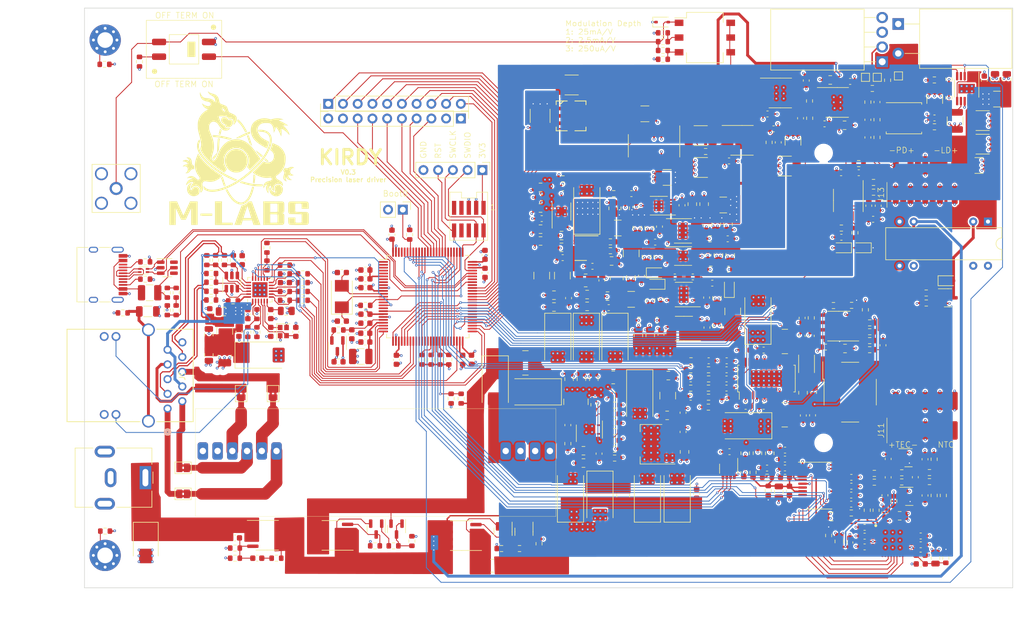
<source format=kicad_pcb>
(kicad_pcb (version 20221018) (generator pcbnew)

  (general
    (thickness 1.6)
  )

  (paper "A4")
  (layers
    (0 "F.Cu" jumper)
    (1 "In1.Cu" signal)
    (2 "In2.Cu" signal)
    (31 "B.Cu" signal)
    (32 "B.Adhes" user "B.Adhesive")
    (33 "F.Adhes" user "F.Adhesive")
    (34 "B.Paste" user)
    (35 "F.Paste" user)
    (36 "B.SilkS" user "B.Silkscreen")
    (37 "F.SilkS" user "F.Silkscreen")
    (38 "B.Mask" user)
    (39 "F.Mask" user)
    (40 "Dwgs.User" user "User.Drawings")
    (41 "Cmts.User" user "User.Comments")
    (42 "Eco1.User" user "User.Eco1")
    (43 "Eco2.User" user "User.Eco2")
    (44 "Edge.Cuts" user)
    (45 "Margin" user)
    (46 "B.CrtYd" user "B.Courtyard")
    (47 "F.CrtYd" user "F.Courtyard")
    (48 "B.Fab" user)
    (49 "F.Fab" user)
    (50 "User.1" user)
    (51 "User.2" user)
    (52 "User.3" user)
    (53 "User.4" user)
    (54 "User.5" user)
    (55 "User.6" user)
    (56 "User.7" user)
    (57 "User.8" user)
    (58 "User.9" user)
  )

  (setup
    (stackup
      (layer "F.SilkS" (type "Top Silk Screen"))
      (layer "F.Paste" (type "Top Solder Paste"))
      (layer "F.Mask" (type "Top Solder Mask") (thickness 0.01))
      (layer "F.Cu" (type "copper") (thickness 0.035))
      (layer "dielectric 1" (type "core") (thickness 0.48) (material "FR4") (epsilon_r 4.5) (loss_tangent 0.02))
      (layer "In1.Cu" (type "copper") (thickness 0.035))
      (layer "dielectric 2" (type "prepreg") (thickness 0.48) (material "FR4") (epsilon_r 4.5) (loss_tangent 0.02))
      (layer "In2.Cu" (type "copper") (thickness 0.035))
      (layer "dielectric 3" (type "core") (thickness 0.48) (material "FR4") (epsilon_r 4.5) (loss_tangent 0.02))
      (layer "B.Cu" (type "copper") (thickness 0.035))
      (layer "B.Mask" (type "Bottom Solder Mask") (thickness 0.01))
      (layer "B.Paste" (type "Bottom Solder Paste"))
      (layer "B.SilkS" (type "Bottom Silk Screen"))
      (copper_finish "ENIG")
      (dielectric_constraints no)
    )
    (pad_to_mask_clearance 0)
    (pcbplotparams
      (layerselection 0x00010fc_ffffffff)
      (plot_on_all_layers_selection 0x0000000_00000000)
      (disableapertmacros false)
      (usegerberextensions true)
      (usegerberattributes false)
      (usegerberadvancedattributes false)
      (creategerberjobfile true)
      (dashed_line_dash_ratio 12.000000)
      (dashed_line_gap_ratio 3.000000)
      (svgprecision 6)
      (plotframeref false)
      (viasonmask false)
      (mode 1)
      (useauxorigin false)
      (hpglpennumber 1)
      (hpglpenspeed 20)
      (hpglpendiameter 15.000000)
      (dxfpolygonmode true)
      (dxfimperialunits true)
      (dxfusepcbnewfont true)
      (psnegative false)
      (psa4output false)
      (plotreference false)
      (plotvalue false)
      (plotinvisibletext false)
      (sketchpadsonfab false)
      (subtractmaskfromsilk true)
      (outputformat 1)
      (mirror false)
      (drillshape 0)
      (scaleselection 1)
      (outputdirectory "gerbers")
    )
  )

  (net 0 "")
  (net 1 "+5VA")
  (net 2 "GND")
  (net 3 "Net-(U1-VOUT_F)")
  (net 4 "Net-(U4--)")
  (net 5 "Net-(U2-OUT)")
  (net 6 "Net-(U4-+)")
  (net 7 "+9VA")
  (net 8 "-6V")
  (net 9 "+15V")
  (net 10 "Net-(U6-+)")
  (net 11 "Net-(C13-Pad2)")
  (net 12 "/MCU/PD_MON")
  (net 13 "Net-(C18-Pad2)")
  (net 14 "Net-(C18-Pad1)")
  (net 15 "Net-(U5B-+)")
  (net 16 "+3V3")
  (net 17 "Net-(U6--)")
  (net 18 "Net-(Q2-G)")
  (net 19 "/MCU/VREF")
  (net 20 "+12V")
  (net 21 "Net-(C25-Pad2)")
  (net 22 "Net-(C26-Pad2)")
  (net 23 "Net-(C26-Pad1)")
  (net 24 "Net-(C27-Pad1)")
  (net 25 "/driveStage/PD_C")
  (net 26 "Net-(C28-Pad1)")
  (net 27 "-9V")
  (net 28 "IN")
  (net 29 "Net-(U8-VCAP_1)")
  (net 30 "Net-(U8-VCAP_2)")
  (net 31 "Net-(C52-Pad1)")
  (net 32 "Net-(U8-PH0)")
  (net 33 "Net-(U8-PH1)")
  (net 34 "/MCU/VDDA")
  (net 35 "Net-(D6-K)")
  (net 36 "Net-(D5-A)")
  (net 37 "Net-(U9-C+)")
  (net 38 "Net-(D5-K)")
  (net 39 "Net-(C57-Pad1)")
  (net 40 "+9V")
  (net 41 "+8V")
  (net 42 "+3.3VA")
  (net 43 "/thermostat/DAC_REF")
  (net 44 "Net-(U9-C-)")
  (net 45 "Net-(D7-A)")
  (net 46 "Net-(U16-PGFB)")
  (net 47 "/thermostat/MAXV")
  (net 48 "/thermostat/MAXIP")
  (net 49 "/thermostat/MAXIN")
  (net 50 "Net-(U11-EN{slash}UV)")
  (net 51 "Net-(U12-EN{slash}UV)")
  (net 52 "Net-(U13-EN{slash}UV)")
  (net 53 "/MCU/TEC_ISEN")
  (net 54 "Net-(U15-EN{slash}UV)")
  (net 55 "/MCU/TEC_VREF")
  (net 56 "Net-(U14-EN{slash}UV)")
  (net 57 "Net-(U11-SET)")
  (net 58 "Net-(U16-SET)")
  (net 59 "+5V")
  (net 60 "Net-(U12-SET)")
  (net 61 "Net-(U13-SET)")
  (net 62 "Net-(U14-SET)")
  (net 63 "Net-(U15-SET)")
  (net 64 "Net-(U19-REGCAPD)")
  (net 65 "Net-(U18-REGCAPD)")
  (net 66 "Net-(U21-CTLI)")
  (net 67 "Net-(U18-REFOUT)")
  (net 68 "Net-(U18-REGCAPA)")
  (net 69 "Net-(U19-REGCAPA)")
  (net 70 "Net-(U21-COMP)")
  (net 71 "Net-(U21-CS)")
  (net 72 "Net-(U21-OS2)")
  (net 73 "/Ehternet/AVDDT_PHY")
  (net 74 "/Ehternet/ETH_SHIELD")
  (net 75 "Net-(U23-VIN)")
  (net 76 "Net-(U23-SS{slash}TR)")
  (net 77 "/MCU/RST")
  (net 78 "Net-(FB12-Pad1)")
  (net 79 "/thermostat/TEC+")
  (net 80 "/thermostat/TEC-")
  (net 81 "Net-(U23-BOOT)")
  (net 82 "/MCU/USB_DP")
  (net 83 "/MCU/USB_DN")
  (net 84 "/MCU/SWDIO")
  (net 85 "/MCU/SWCLK")
  (net 86 "Net-(U23-COMP)")
  (net 87 "Net-(Q3-E)")
  (net 88 "/digital supply/+12V_Barrel_Jack")
  (net 89 "Net-(Q4-G)")
  (net 90 "Net-(U24-VI)")
  (net 91 "Net-(U26-XTAL2)")
  (net 92 "Net-(U26-XTAL1)")
  (net 93 "Net-(U26-VDDCR)")
  (net 94 "Net-(D1-A2)")
  (net 95 "/driveStage/LD-")
  (net 96 "/thermostat/NTC+")
  (net 97 "/thermostat/NTC-")
  (net 98 "Net-(D4-A)")
  (net 99 "Net-(U27-VBUS)")
  (net 100 "Net-(L3-Pad1)")
  (net 101 "Net-(U21-OS1)")
  (net 102 "Net-(FL2-Pad4)")
  (net 103 "Net-(FL2-Pad1)")
  (net 104 "Net-(J4-Pin_8)")
  (net 105 "Net-(J4-Pin_7)")
  (net 106 "Net-(J4-Pin_6)")
  (net 107 "Net-(J4-Pin_5)")
  (net 108 "Net-(J4-Pin_4)")
  (net 109 "Net-(J4-Pin_3)")
  (net 110 "Net-(J5-Pin_10)")
  (net 111 "Net-(J5-Pin_9)")
  (net 112 "Net-(J5-Pin_8)")
  (net 113 "Net-(J5-Pin_7)")
  (net 114 "Net-(J5-Pin_6)")
  (net 115 "Net-(J5-Pin_5)")
  (net 116 "Net-(J5-Pin_4)")
  (net 117 "Net-(J5-Pin_3)")
  (net 118 "Net-(J5-Pin_2)")
  (net 119 "Net-(J5-Pin_1)")
  (net 120 "unconnected-(J6-Pin_6-Pad6)")
  (net 121 "/MCU/PWM_MAXV")
  (net 122 "/MCU/PWM_MAXIP")
  (net 123 "/MCU/PWM_MAXIN")
  (net 124 "unconnected-(J6-Pin_7-Pad7)")
  (net 125 "unconnected-(J6-Pin_8-Pad8)")
  (net 126 "unconnected-(J6-Pin_9-Pad9)")
  (net 127 "/MCU/TEC_VSEN")
  (net 128 "/Ehternet/POE_VC2-")
  (net 129 "/Ehternet/POE_VC1-")
  (net 130 "/MCU/POE_PWR_SRC")
  (net 131 "/Ehternet/RMII_RXD0")
  (net 132 "/Ehternet/POE_VC2+")
  (net 133 "/Ehternet/RMII_RXD1")
  (net 134 "/Ehternet/POE_VC1+")
  (net 135 "/Ehternet/RMII_CRS_DV")
  (net 136 "/Ehternet/RMII_REF_CLK")
  (net 137 "/Ehternet/RMII_MDIO")
  (net 138 "Net-(J9-Pad11)")
  (net 139 "/Ehternet/ETH_LED_1")
  (net 140 "Net-(J9-Pad13)")
  (net 141 "/Ehternet/PHY_TD_P")
  (net 142 "/Ehternet/PHY_TD_N")
  (net 143 "/Ehternet/PHY_RD_P")
  (net 144 "/Ehternet/PHY_RD_N")
  (net 145 "/Ehternet/ETH_LED_2")
  (net 146 "unconnected-(J10-SBU2-PadB8)")
  (net 147 "Net-(J10-CC2)")
  (net 148 "/MCU/USB_VBUS")
  (net 149 "/MCU/LDAC_LOAD")
  (net 150 "/MCU/LDAC_CLK")
  (net 151 "/MCU/LDAC_MOSI")
  (net 152 "/MCU/LDAC_CS")
  (net 153 "/MCU/TADC_SYNC")
  (net 154 "/MCU/TADC_MISO")
  (net 155 "/MCU/TDAC_MOSI")
  (net 156 "/MCU/TADC_CLK")
  (net 157 "/MCU/TDAC_CLK")
  (net 158 "/MCU/TADC_CS")
  (net 159 "/MCU/TDAC_SYNC")
  (net 160 "/MCU/TADC_MOSI")
  (net 161 "unconnected-(J10-SBU1-PadA8)")
  (net 162 "Net-(J10-CC1)")
  (net 163 "Net-(JP1-A)")
  (net 164 "Net-(JP2-B)")
  (net 165 "Net-(JP3-B)")
  (net 166 "Net-(JP4-B)")
  (net 167 "Net-(JP5-B)")
  (net 168 "Net-(L4-Pad1)")
  (net 169 "Net-(Q9-E)")
  (net 170 "Net-(Q1-G)")
  (net 171 "Net-(Q2-S-Pad1)")
  (net 172 "Net-(Q3-B)")
  (net 173 "Net-(Q5-G)")
  (net 174 "/Ehternet/RMII_MDC")
  (net 175 "/Ehternet/PHY_NRST")
  (net 176 "Net-(Q6-B)")
  (net 177 "Net-(Q7-B)")
  (net 178 "Net-(Q8-G)")
  (net 179 "Net-(Q9-B)")
  (net 180 "Net-(R3-Pad2)")
  (net 181 "/Ehternet/RMII_TX_EN")
  (net 182 "/Ehternet/RMII_TXD0")
  (net 183 "/Ehternet/RMII_TXD1")
  (net 184 "Net-(R5-Pad2)")
  (net 185 "Net-(U3--)")
  (net 186 "Net-(U5B--)")
  (net 187 "Net-(U7-OUT)")
  (net 188 "Net-(U8-PE8)")
  (net 189 "Net-(U8-PE9)")
  (net 190 "Net-(U8-PE10)")
  (net 191 "Net-(U8-PE11)")
  (net 192 "Net-(U16-ILIM)")
  (net 193 "Net-(U10-SET)")
  (net 194 "Net-(U17-VFB)")
  (net 195 "Net-(U20B--)")
  (net 196 "Net-(U18-AIN0)")
  (net 197 "Net-(U18-AIN1)")
  (net 198 "Net-(U19-AIN0{slash}REF2-)")
  (net 199 "Net-(U19-AIN1{slash}REF2+)")
  (net 200 "unconnected-(K1-Pad14)")
  (net 201 "Net-(U20A-+)")
  (net 202 "Net-(U20A--)")
  (net 203 "Net-(U23-EN)")
  (net 204 "Net-(U23-RT{slash}CLK)")
  (net 205 "Net-(U23-VSENSE)")
  (net 206 "Net-(U26-RXD0)")
  (net 207 "Net-(U26-RXD1)")
  (net 208 "Net-(U26-CRS_DV)")
  (net 209 "Net-(U26-nINT)")
  (net 210 "Net-(U26-RXER)")
  (net 211 "Net-(U26-RBIAS)")
  (net 212 "Net-(U3-+)")
  (net 213 "Net-(U1-VOUT_S)")
  (net 214 "unconnected-(U2-INV-Pad13)")
  (net 215 "unconnected-(U2-NC-Pad9)")
  (net 216 "unconnected-(U2-RFB-Pad1)")
  (net 217 "unconnected-(U8-PE1-Pad98)")
  (net 218 "unconnected-(U8-PE0-Pad97)")
  (net 219 "unconnected-(U8-PB9-Pad96)")
  (net 220 "unconnected-(U8-PA10-Pad69)")
  (net 221 "unconnected-(U8-PA8-Pad67)")
  (net 222 "unconnected-(U8-PE15-Pad46)")
  (net 223 "unconnected-(U8-PE14-Pad45)")
  (net 224 "/MCU/LD_EN")
  (net 225 "unconnected-(U8-PE13-Pad44)")
  (net 226 "unconnected-(U8-PE12-Pad43)")
  (net 227 "unconnected-(U8-PE7-Pad38)")
  (net 228 "unconnected-(U8-PB2-Pad37)")
  (net 229 "/MCU/TEC_~{SHDN}")
  (net 230 "Net-(H1-Pad1)")
  (net 231 "Net-(H2-Pad1)")
  (net 232 "/MCU/~{LD_SHORT}")
  (net 233 "unconnected-(U8-PC2-Pad17)")
  (net 234 "unconnected-(U8-PC0-Pad15)")
  (net 235 "unconnected-(U8-PC15-Pad9)")
  (net 236 "unconnected-(U8-PC14-Pad8)")
  (net 237 "unconnected-(U8-PC13-Pad7)")
  (net 238 "unconnected-(U8-PE6-Pad5)")
  (net 239 "unconnected-(U8-PE5-Pad4)")
  (net 240 "unconnected-(U8-PE4-Pad3)")
  (net 241 "unconnected-(U8-PE3-Pad2)")
  (net 242 "unconnected-(U8-PE2-Pad1)")
  (net 243 "12Vin")
  (net 244 "unconnected-(U9-NC-Pad12)")
  (net 245 "unconnected-(U9-NC-Pad7)")
  (net 246 "unconnected-(U9-NC-Pad6)")
  (net 247 "unconnected-(U9-NC-Pad3)")
  (net 248 "unconnected-(U9-NC-Pad1)")
  (net 249 "unconnected-(U10-ILIM-Pad5)")
  (net 250 "unconnected-(U11-PG-Pad4)")
  (net 251 "unconnected-(U12-PG-Pad5)")
  (net 252 "unconnected-(U13-PG-Pad4)")
  (net 253 "unconnected-(U14-VIOC-Pad7)")
  (net 254 "unconnected-(U14-PG-Pad4)")
  (net 255 "unconnected-(U15-PG-Pad4)")
  (net 256 "unconnected-(U16-PG-Pad5)")
  (net 257 "unconnected-(U18-GPIO1-Pad20)")
  (net 258 "unconnected-(U18-GPIO0-Pad19)")
  (net 259 "unconnected-(U18-XTAL2{slash}CLKIO-Pad10)")
  (net 260 "unconnected-(U18-XTAL1-Pad9)")
  (net 261 "unconnected-(U19-DNC-Pad3)")
  (net 262 "unconnected-(U19-PDSW-Pad8)")
  (net 263 "unconnected-(U19-XTAL1-Pad9)")
  (net 264 "unconnected-(U19-XTAL2{slash}CLKIO-Pad10)")
  (net 265 "unconnected-(U19-~{ERROR}-Pad15)")
  (net 266 "unconnected-(U19-GPIO0-Pad20)")
  (net 267 "unconnected-(U19-GPIO1-Pad21)")
  (net 268 "unconnected-(U19-GPIO2-Pad22)")
  (net 269 "unconnected-(U19-AIN2-Pad23)")
  (net 270 "unconnected-(U19-AIN3-Pad24)")
  (net 271 "unconnected-(U19-AIN4-Pad25)")
  (net 272 "unconnected-(U19-AIN5-Pad26)")
  (net 273 "unconnected-(U19-AIN6-Pad27)")
  (net 274 "unconnected-(U19-AIN7-Pad28)")
  (net 275 "unconnected-(U19-AIN8-Pad29)")
  (net 276 "unconnected-(U19-GPO3-Pad30)")
  (net 277 "Net-(U20B-+)")
  (net 278 "unconnected-(U22-NC-Pad2)")
  (net 279 "unconnected-(U22-NC-Pad1)")
  (net 280 "unconnected-(U23-PWRGD-Pad14)")
  (net 281 "unconnected-(U27-I{slash}O4-Pad6)")
  (net 282 "unconnected-(U27-I{slash}O3-Pad4)")
  (net 283 "/Ehternet/RJ45_RD_N")
  (net 284 "/Ehternet/RJ45_RD_P")
  (net 285 "/Ehternet/RJ45_TD_N")
  (net 286 "/Ehternet/RJ45_TD_P")
  (net 287 "/thermostat/ADC1_REF")
  (net 288 "/thermostat/ADC1_A3V3")
  (net 289 "/thermostat/ADC1_D3V3")
  (net 290 "/thermostat/ADC2_D3V3")
  (net 291 "/thermostat/ADC2_A3V3")
  (net 292 "/thermostat/ADC2_REF")
  (net 293 "Net-(C124-Pad1)")
  (net 294 "Net-(C125-Pad1)")
  (net 295 "Net-(C126-Pad1)")
  (net 296 "Net-(C156-Pad2)")
  (net 297 "Net-(C157-Pad2)")
  (net 298 "Net-(C166-Pad2)")
  (net 299 "Net-(C167-Pad2)")
  (net 300 "Net-(C177-Pad2)")
  (net 301 "Net-(C178-Pad1)")
  (net 302 "Net-(C179-Pad1)")
  (net 303 "Net-(C187-Pad2)")
  (net 304 "Net-(C188-Pad1)")
  (net 305 "Net-(C208-Pad1)")
  (net 306 "Net-(R7-Pad2)")
  (net 307 "Net-(R23-Pad2)")
  (net 308 "unconnected-(R25-Pad3)")
  (net 309 "Net-(R35-Pad2)")
  (net 310 "Net-(R66-Pad2)")
  (net 311 "Net-(R121-Pad2)")
  (net 312 "Net-(R122-Pad1)")
  (net 313 "unconnected-(J4-Pin_9-Pad9)")
  (net 314 "/MCU/TERM_STAT")

  (footprint "Resistor_SMD:R_0603_1608Metric" (layer "F.Cu") (at 34.544 45.8338 180))

  (footprint "Resistor_SMD:R_0603_1608Metric" (layer "F.Cu") (at 56.4334 91.9319 90))

  (footprint "Capacitor_SMD:C_0603_1608Metric" (layer "F.Cu") (at 34.544 47.3578))

  (footprint "Capacitor_SMD:C_0603_1608Metric" (layer "F.Cu") (at 138.5316 80.9498 90))

  (footprint "Package_TO_SOT_SMD:SOT-23" (layer "F.Cu") (at 50.2782 89.8694 -90))

  (footprint "Capacitor_SMD:C_0805_2012Metric" (layer "F.Cu") (at 103.4288 76.5556 -90))

  (footprint "Inductor_SMD:L_1210_3225Metric" (layer "F.Cu") (at 47.617 60.0964))

  (footprint "Capacitor_SMD:C_0603_1608Metric" (layer "F.Cu") (at 104.4956 63.9706 180))

  (footprint "Capacitor_SMD:C_0603_1608Metric" (layer "F.Cu") (at 78.8126 36.3114 180))

  (footprint "Capacitor_SMD:C_0603_1608Metric" (layer "F.Cu") (at 137.6328 58.1658 90))

  (footprint "Package_QFP:LQFP-100_14x14mm_P0.5mm" (layer "F.Cu") (at 59.182 49.7798))

  (footprint "Capacitor_SMD:C_0603_1608Metric" (layer "F.Cu") (at 104.4956 67.1332 180))

  (footprint "Resistor_SMD:R_0603_1608Metric" (layer "F.Cu") (at 33.0855 94.896))

  (footprint "Resistor_SMD:R_0603_1608Metric" (layer "F.Cu") (at 37.6308 47.3578 180))

  (footprint "Inductor_SMD:L_1008_2520Metric" (layer "F.Cu") (at 91.7448 46.6344 -90))

  (footprint "Capacitor_SMD:C_0603_1608Metric" (layer "F.Cu") (at 110.6875 60.8397))

  (footprint "Capacitor_SMD:C_0805_2012Metric" (layer "F.Cu") (at 94.1832 46.3922 -90))

  (footprint "Resistor_SMD:R_0603_1608Metric" (layer "F.Cu") (at 115.239 80.0856 -90))

  (footprint "Resistor_SMD:R_0603_1608Metric" (layer "F.Cu") (at 37.6308 45.8338 180))

  (footprint "Resistor_SMD:R_0603_1608Metric" (layer "F.Cu") (at 132.1684 87.096))

  (footprint "Resistor_SMD:R_0603_1608Metric" (layer "F.Cu") (at 104.4956 62.3984))

  (footprint "Resistor_SMD:R_0603_1608Metric" (layer "F.Cu") (at 78.35 92.4 90))

  (footprint "Capacitor_SMD:C_0603_1608Metric" (layer "F.Cu") (at 135.0256 22.3134 -90))

  (footprint "Capacitor_SMD:C_0603_1608Metric" (layer "F.Cu") (at 99.3394 50.1786 90))

  (footprint "Diode_SMD:D_SMB" (layer "F.Cu") (at 10.5615 92.364 -90))

  (footprint "Capacitor_SMD:C_0603_1608Metric" (layer "F.Cu") (at 78.8126 32.7046 180))

  (footprint "Resistor_SMD:R_0603_1608Metric" (layer "F.Cu") (at 21.844 50.355))

  (footprint "Resistor_SMD:R_0603_1608Metric" (layer "F.Cu") (at 145.0848 49.1476))

  (footprint "Capacitor_SMD:C_0805_2012Metric" (layer "F.Cu") (at 82.2198 41.2662 180))

  (footprint "Package_SO:SOIC-8-1EP_3.9x4.9mm_P1.27mm_EP2.29x3mm" (layer "F.Cu") (at 119.9378 14.6424))

  (footprint "Capacitor_SMD:C_0805_2012Metric" (layer "F.Cu") (at 86.0044 76.3524 180))

  (footprint "Package_TO_SOT_SMD:SOT-23-6" (layer "F.Cu") (at 25.4 47.2562 90))

  (footprint "Connector_BarrelJack:BarrelJack_CUI_PJ-063AH_Horizontal" (layer "F.Cu") (at 10.5 81 -90))

  (footprint "Capacitor_SMD:C_1812_4532Metric" (layer "F.Cu") (at 154.813 23.4696))

  (footprint "Resistor_SMD:R_0603_1608Metric" (layer "F.Cu") (at 136.144 81.788))

  (footprint "Capacitor_SMD:C_0603_1608Metric" (layer "F.Cu") (at 144.137 91.059))

  (footprint "Resistor_SMD:R_0603_1608Metric" (layer "F.Cu") (at 104.5423 60.8397))

  (footprint "Resistor_SMD:R_0603_1608Metric" (layer "F.Cu") (at 148.463 94.869 90))

  (footprint "Resistor_SMD:R_0603_1608Metric" (layer "F.Cu") (at 107.823 39.7994))

  (footprint "Package_TO_SOT_THT:TO-220F-4_Horizontal_TabDown" (layer "F.Cu") (at 137.5 9.25 90))

  (footprint "Capacitor_SMD:C_0603_1608Metric" (layer "F.Cu") (at 117.6528 79.3496 180))

  (footprint "Capacitor_SMD:C_0603_1608Metric" (layer "F.Cu") (at 99.1108 37.6936 -90))

  (footprint "Capacitor_SMD:C_0603_1608Metric" (layer "F.Cu")
    (tstamp 18b8fa11-6bc8-4019-aac3-0eea023d7ea8)
    (at 113.652 80.0602 -90)
    (descr "Capacitor SMD 0603 (1608 Metric), square (rectangular) end terminal, IPC_7351 nominal, (Body size source: IPC-SM-782 page 76, https://www.pcb-3d.com/wordpress/wp-content/uploads/ipc-sm-782a_amendment_1_and_2.pdf), generated with kicad-footprint-generator")
    (tags "capacitor")
    (property "MFR_PN" "CL10B104KB8NNWC")
    (property "MFR_PN_ALT" "CL10B104KB8NNNL")
    (property "Sheetfile" "thermostat.kicad_sch")
    (property "Sheetname" "thermostat")
    (property "ki_description" "Unpolarized capacitor")
    (property "ki_keywords" "cap capacitor")
    (path "/bda728c0-b189-4e05-8d4f-58a38acf883b/d924e105-c32c-494b-9c01-fb97e5dab91b")
    (attr smd)
    (fp_text reference "C117" (at 0 -1.43 90) (layer "F.SilkS") hide
        (effects (font (size 1 1) (thickness 0.15)))
      (tstamp f9ad1429-39d7-47ea-ada8-5393828a2889)
    )
    (fp_text value "100n" (at 0 1.43 90) (layer "F.Fab")
        (effects (font (size 1 1) (thickness 0.15)))
      (tstamp 8511fbd7-9a6d-4704-946e-99a01089ef2e)
    )
    (fp_text user "${REFERENCE}" (at 0 0 90) (layer "F.Fab")
        (effects (font (size 0.4 0.4) (thickness 0.06)))
      (tstamp c324be00-810c-4b73-bd6d-aca1e4198d27)
    )
    (fp_line (start -0.14058 -0.51) (end 0.14058 -0.51)
      (stroke (width 0.12) (type solid)) (layer "F.SilkS") (tstamp 9b913c31-919e-482b-8fc3-de2474e98775))
    (fp_line (start -0.14058 0.51) (end 0.14058 0.51)
      (stroke (width 0.12) (type solid)) (layer "F.SilkS") (tstamp bffab35a-5e9b-42c4-869d-78ce07d9be2e))
    (fp_line (start -1.48 -0.73) (end 1.48 -0.73)
      (stroke (width 0.05) (type solid)) (layer "F.CrtYd") (tstamp 3c02d922-1ad3-4000-ac9a-976d3c74b0fe))
    (fp_line (start -1.48 0.73) (end -1.48 -0.73)
      (stroke (width 0.05) (type solid)) (layer "F.CrtYd") (tstamp 08eaee24-44e8-4397-8664-3e26a7eefea6))
    (fp_line (start 1.48 -0.73) (end 1.48 0.73)
      (stroke (width 0.05) (type solid)) (layer "F.CrtYd") (tstamp c1035e45-9226-4bec-9cc4-77114eb93383))
    (fp_line (start 1.48 0.73) (end -1.48 0.73)
      (stroke (width 0.05) (type solid)) (layer "F.CrtYd") (tstamp 5cf57a08-cf5a-45c3-b532-b5703819923d))
    (fp_line (start -0.8 -0.4) (end 0.8 -0.4)
      (stroke (width 0.1) (type solid)) (layer "F.Fab") (tstamp 5d825777-9712-4a76-9724-4eb7a337560d))
    (fp_line (start -0.8 0.4) (end -0.8 -0.4)
      (stroke (width 0.1) (type solid)) (layer "F.Fab") (tstamp a4af2e1e-c8f5-48a4-8e64-cd97732269a6))
    (fp_line (start 0.8 -0.4) (end 0.8 0.4)
      (stroke (width 0.1) (type solid)) (layer "F.Fab") (tstamp e1507178-cacb-42b3-8011-07e8ff0daed7))
    (fp_line (start 0.8 0.4) (end -0.8 0.4)
      (stroke (width 0.1) (type solid)) (layer "F.Fa
... [4819061 chars truncated]
</source>
